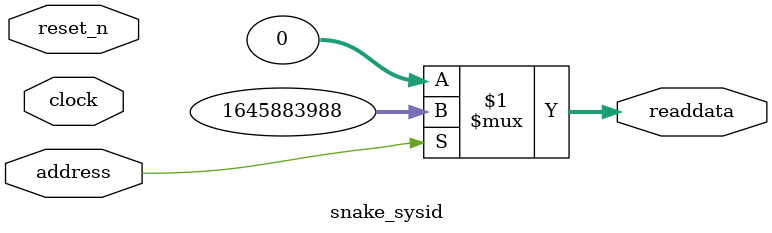
<source format=v>



// synthesis translate_off
`timescale 1ns / 1ps
// synthesis translate_on

// turn off superfluous verilog processor warnings 
// altera message_level Level1 
// altera message_off 10034 10035 10036 10037 10230 10240 10030 

module snake_sysid (
               // inputs:
                address,
                clock,
                reset_n,

               // outputs:
                readdata
             )
;

  output  [ 31: 0] readdata;
  input            address;
  input            clock;
  input            reset_n;

  wire    [ 31: 0] readdata;
  //control_slave, which is an e_avalon_slave
  assign readdata = address ? 1645883988 : 0;

endmodule



</source>
